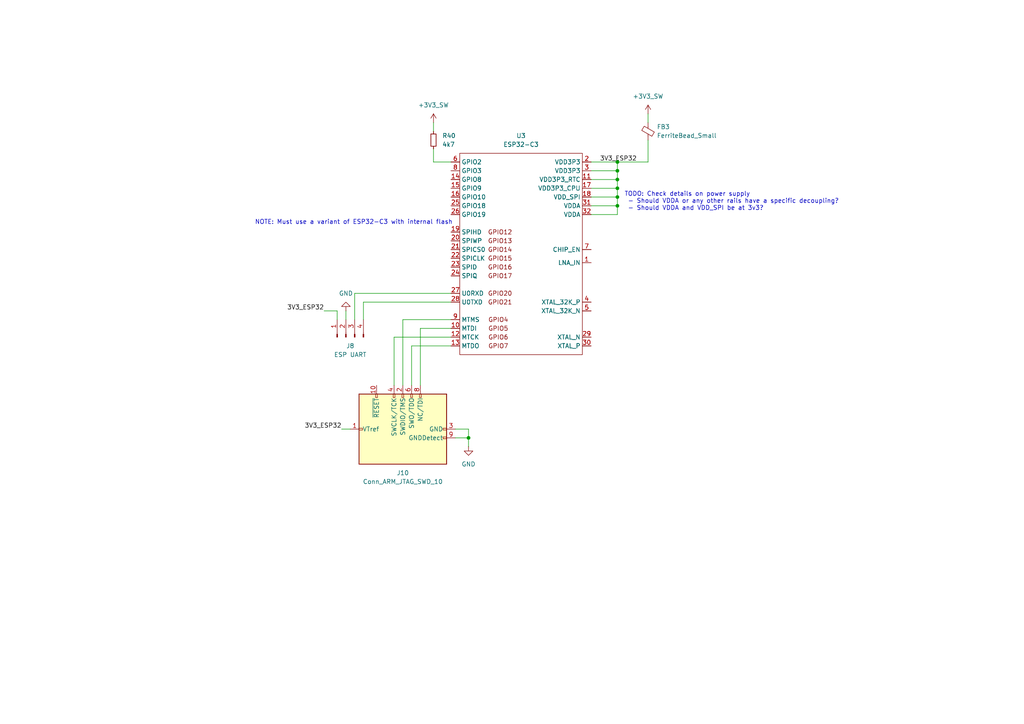
<source format=kicad_sch>
(kicad_sch (version 20231120) (generator "eeschema") (generator_version "8.0")
  (paper "A4")
  (lib_symbols
    (symbol "Connector:Conn_01x04_Pin" (pin_names (offset 1.016) hide)
      (property "Reference" "J" (at 0 5.08 0))
      (property "Value" "Conn_01x04_Pin" (at 0 -7.62 0))
      (symbol "Conn_01x04_Pin_1_1"
        (polyline (pts (xy 1.27 -5.08) (xy 0.8636 -5.08)) (stroke (width 0.1524)))
        (polyline (pts (xy 1.27 -2.54) (xy 0.8636 -2.54)) (stroke (width 0.1524)))
        (polyline (pts (xy 1.27 0) (xy 0.8636 0)) (stroke (width 0.1524)))
        (polyline (pts (xy 1.27 2.54) (xy 0.8636 2.54)) (stroke (width 0.1524)))
        (rectangle (start 0.8636 -4.953) (end 0 -5.207) (stroke (width 0.1524)) (fill (type outline)))
        (rectangle (start 0.8636 -2.413) (end 0 -2.667) (stroke (width 0.1524)) (fill (type outline)))
        (rectangle (start 0.8636 0.127) (end 0 -0.127) (stroke (width 0.1524)) (fill (type outline)))
        (rectangle (start 0.8636 2.667) (end 0 2.413) (stroke (width 0.1524)) (fill (type outline)))
        (pin passive line (at 5.08 2.54 180) (length 3.81) (name "Pin_1") (number "1"))
        (pin passive line (at 5.08 0 180) (length 3.81) (name "Pin_2") (number "2"))
        (pin passive line (at 5.08 -2.54 180) (length 3.81) (name "Pin_3") (number "3"))
        (pin passive line (at 5.08 -5.08 180) (length 3.81) (name "Pin_4") (number "4"))
      )
    )
    (symbol "Connector:Conn_ARM_JTAG_SWD_10" (pin_names (offset 1.016))
      (property "Reference" "J" (at -2.54 16.51 0))
      (property "Value" "Conn_ARM_JTAG_SWD_10" (at -2.54 13.97 0))
      (symbol "Conn_ARM_JTAG_SWD_10_0_1"
        (rectangle (start -10.16 12.7) (end 10.16 -12.7) (stroke (width 0.254)) (fill (type background)))
        (rectangle (start -2.794 -12.7) (end -2.286 -11.684))
        (rectangle (start -0.254 -12.7) (end 0.254 -11.684))
        (rectangle (start -0.254 12.7) (end 0.254 11.684))
        (rectangle (start 9.144 2.286) (end 10.16 2.794))
        (rectangle (start 10.16 -2.794) (end 9.144 -2.286))
        (rectangle (start 10.16 -0.254) (end 9.144 0.254))
        (rectangle (start 10.16 7.874) (end 9.144 7.366))
      )
      (symbol "Conn_ARM_JTAG_SWD_10_1_1"
        (rectangle (start 9.144 -5.334) (end 10.16 -4.826))
        (pin power_in line (at 0 15.24 270) (length 2.54) (name "VTref") (number "1"))
        (pin open_collector line (at 12.7 7.62 180) (length 2.54) (name "~{RESET}") (number "10"))
        (pin bidirectional line (at 12.7 0 180) (length 2.54) (name "SWDIO/TMS") (number "2"))
        (pin power_in line (at 0 -15.24 90) (length 2.54) (name "GND") (number "3"))
        (pin output line (at 12.7 2.54 180) (length 2.54) (name "SWCLK/TCK") (number "4"))
        (pin passive line (at 0 -15.24 90) (length 2.54) hide (name "GND") (number "5"))
        (pin input line (at 12.7 -2.54 180) (length 2.54) (name "SWO/TDO") (number "6"))
        (pin no_connect line (at -10.16 0 0) (length 2.54) hide (name "KEY") (number "7"))
        (pin output line (at 12.7 -5.08 180) (length 2.54) (name "NC/TDI") (number "8"))
        (pin passive line (at -2.54 -15.24 90) (length 2.54) (name "GNDDetect") (number "9"))
      )
    )
    (symbol "Device:FerriteBead_Small" (pin_numbers hide) (pin_names (offset 0))
      (property "Reference" "FB" (at 1.905 1.27 0))
      (property "Value" "FerriteBead_Small" (at 1.905 -1.27 0))
      (symbol "FerriteBead_Small_0_1"
        (polyline (pts (xy 0 -1.27) (xy 0 -0.7874)))
        (polyline (pts (xy 0 0.889) (xy 0 1.2954)))
        (polyline (pts (xy -1.8288 0.2794) (xy -1.1176 1.4986) (xy 1.8288 -0.2032) (xy 1.1176 -1.4224) (xy -1.8288 0.2794)))
      )
      (symbol "FerriteBead_Small_1_1"
        (pin passive line (at 0 2.54 270) (length 1.27) (name "~") (number "1"))
        (pin passive line (at 0 -2.54 90) (length 1.27) (name "~") (number "2"))
      )
    )
    (symbol "Device:R_Small" (pin_numbers hide) (pin_names (offset 0.254) hide)
      (property "Reference" "R" (at 0.762 0.508 0))
      (property "Value" "R_Small" (at 0.762 -1.016 0))
      (symbol "R_Small_0_1"
        (rectangle (start -0.762 1.778) (end 0.762 -1.778) (stroke (width 0.2032)))
      )
      (symbol "R_Small_1_1"
        (pin passive line (at 0 2.54 270) (length 0.762) (name "~") (number "1"))
        (pin passive line (at 0 -2.54 90) (length 0.762) (name "~") (number "2"))
      )
    )
    (symbol "Symbols:+3V3_SW" (power) (pin_names (offset 0))
      (property "Value" "+3V3_SW" (at 0 3.556 0))
      (symbol "+3V3_SW_0_1"
        (polyline (pts (xy -0.762 1.27) (xy 0 2.54)))
        (polyline (pts (xy 0 0) (xy 0 2.54)))
        (polyline (pts (xy 0 2.54) (xy 0.762 1.27)))
      )
      (symbol "+3V3_SW_1_1"
        (pin power_in line (at 0 0 90) (length 0) hide (name "+3V3_SW") (number "1"))
      )
    )
    (symbol "Symbols:ESP32-C3"
      (property "Reference" "U" (at 0 1.016 0))
      (property "Value" "ESP32-C3" (at 0.508 -59.944 0))
      (symbol "ESP32-C3_0_1"
        (rectangle (start -17.78 0) (end 17.78 -58.42))
      )
      (symbol "ESP32-C3_1_1"
        (text "GPIO12" (at -6.096 -22.86 0) (effects (font (size 1.27 1.27))))
        (text "GPIO13" (at -6.096 -25.4 0) (effects (font (size 1.27 1.27))))
        (text "GPIO14" (at -6.096 -27.94 0) (effects (font (size 1.27 1.27))))
        (text "GPIO15" (at -6.096 -30.48 0) (effects (font (size 1.27 1.27))))
        (text "GPIO16" (at -6.096 -33.02 0) (effects (font (size 1.27 1.27))))
        (text "GPIO17" (at -6.096 -35.56 0) (effects (font (size 1.27 1.27))))
        (text "GPIO20" (at -6.096 -40.64 0) (effects (font (size 1.27 1.27))))
        (text "GPIO21" (at -6.096 -43.18 0) (effects (font (size 1.27 1.27))))
        (text "GPIO4" (at -6.604 -48.26 0) (effects (font (size 1.27 1.27))))
        (text "GPIO5" (at -6.604 -50.8 0) (effects (font (size 1.27 1.27))))
        (text "GPIO6" (at -6.604 -53.34 0) (effects (font (size 1.27 1.27))))
        (text "GPIO7" (at -6.604 -55.88 0) (effects (font (size 1.27 1.27))))
        (pin bidirectional line (at 20.32 -31.75 180) (length 2.54) (name "LNA_IN") (number "1"))
        (pin unspecified line (at -20.32 -50.8 0) (length 2.54) (name "MTDI") (number "10"))
        (pin power_in line (at 20.32 -7.62 180) (length 2.54) (name "VDD3P3_RTC") (number "11"))
        (pin unspecified line (at -20.32 -53.34 0) (length 2.54) (name "MTCK") (number "12"))
        (pin unspecified line (at -20.32 -55.88 0) (length 2.54) (name "MTDO") (number "13"))
        (pin bidirectional line (at -20.32 -7.62 0) (length 2.54) (name "GPIO8") (number "14"))
        (pin bidirectional line (at -20.32 -10.16 0) (length 2.54) (name "GPIO9") (number "15"))
        (pin bidirectional line (at -20.32 -12.7 0) (length 2.54) (name "GPIO10") (number "16"))
        (pin power_in line (at 20.32 -10.16 180) (length 2.54) (name "VDD3P3_CPU") (number "17"))
        (pin power_in line (at 20.32 -12.7 180) (length 2.54) (name "VDD_SPI") (number "18"))
        (pin bidirectional line (at -20.32 -22.86 0) (length 2.54) (name "SPIHD") (number "19"))
        (pin power_in line (at 20.32 -2.54 180) (length 2.54) (name "VDD3P3") (number "2"))
        (pin bidirectional line (at -20.32 -25.4 0) (length 2.54) (name "SPIWP") (number "20"))
        (pin bidirectional line (at -20.32 -27.94 0) (length 2.54) (name "SPICS0") (number "21"))
        (pin bidirectional line (at -20.32 -30.48 0) (length 2.54) (name "SPICLK") (number "22"))
        (pin bidirectional line (at -20.32 -33.02 0) (length 2.54) (name "SPID") (number "23"))
        (pin bidirectional line (at -20.32 -35.56 0) (length 2.54) (name "SPIQ") (number "24"))
        (pin bidirectional line (at -20.32 -15.24 0) (length 2.54) (name "GPIO18") (number "25"))
        (pin bidirectional line (at -20.32 -17.78 0) (length 2.54) (name "GPIO19") (number "26"))
        (pin input line (at -20.32 -40.64 0) (length 2.54) (name "U0RXD") (number "27"))
        (pin output line (at -20.32 -43.18 0) (length 2.54) (name "U0TXD") (number "28"))
        (pin unspecified line (at 20.32 -53.34 180) (length 2.54) (name "XTAL_N") (number "29"))
        (pin power_in line (at 20.32 -5.08 180) (length 2.54) (name "VDD3P3") (number "3"))
        (pin unspecified line (at 20.32 -55.88 180) (length 2.54) (name "XTAL_P") (number "30"))
        (pin power_in line (at 20.32 -15.24 180) (length 2.54) (name "VDDA") (number "31"))
        (pin power_in line (at 20.32 -17.78 180) (length 2.54) (name "VDDA") (number "32"))
        (pin unspecified line (at 20.32 -43.18 180) (length 2.54) (name "XTAL_32K_P") (number "4"))
        (pin unspecified line (at 20.32 -45.72 180) (length 2.54) (name "XTAL_32K_N") (number "5"))
        (pin bidirectional line (at -20.32 -2.54 0) (length 2.54) (name "GPIO2") (number "6"))
        (pin input line (at 20.32 -27.94 180) (length 2.54) (name "CHIP_EN") (number "7"))
        (pin bidirectional line (at -20.32 -5.08 0) (length 2.54) (name "GPIO3") (number "8"))
        (pin unspecified line (at -20.32 -48.26 0) (length 2.54) (name "MTMS") (number "9"))
      )
    )
    (symbol "power:GND" (power) (pin_numbers hide) (pin_names (offset 0) hide)
      (property "Value" "GND" (at 0 -3.81 0))
      (symbol "GND_0_1"
        (polyline (pts (xy 0 0) (xy 0 -1.27) (xy 1.27 -1.27) (xy 0 -2.54) (xy -1.27 -1.27) (xy 0 -1.27)))
      )
      (symbol "GND_1_1"
        (pin power_in line (at 0 0 270) (length 0) (name "~") (number "1"))
      )
    )
  )
  (junction (at 179.07 57.15))
  (junction (at 179.07 46.99))
  (junction (at 135.89 127))
  (junction (at 179.07 54.61))
  (junction (at 179.07 49.53))
  (junction (at 179.07 52.07))
  (junction (at 179.07 59.69))
  (wire (pts (xy 100.33 90.17) (xy 100.33 92.71)))
  (wire (pts (xy 171.45 57.15) (xy 179.07 57.15)))
  (wire (pts (xy 171.45 54.61) (xy 179.07 54.61)))
  (wire (pts (xy 187.96 40.64) (xy 187.96 46.99)))
  (wire (pts (xy 179.07 59.69) (xy 179.07 57.15)))
  (wire (pts (xy 125.73 35.56) (xy 125.73 38.1)))
  (wire (pts (xy 114.3 97.79) (xy 130.81 97.79)))
  (wire (pts (xy 130.81 85.09) (xy 102.87 85.09)))
  (wire (pts (xy 171.45 59.69) (xy 179.07 59.69)))
  (wire (pts (xy 179.07 46.99) (xy 171.45 46.99)))
  (wire (pts (xy 119.38 100.33) (xy 130.81 100.33)))
  (wire (pts (xy 121.92 95.25) (xy 130.81 95.25)))
  (wire (pts (xy 105.41 92.71) (xy 105.41 87.63)))
  (wire (pts (xy 114.3 111.76) (xy 114.3 97.79)))
  (wire (pts (xy 179.07 57.15) (xy 179.07 54.61)))
  (wire (pts (xy 97.79 92.71) (xy 97.79 90.17)))
  (wire (pts (xy 99.06 124.46) (xy 101.6 124.46)))
  (wire (pts (xy 105.41 87.63) (xy 130.81 87.63)))
  (wire (pts (xy 179.07 54.61) (xy 179.07 52.07)))
  (wire (pts (xy 171.45 52.07) (xy 179.07 52.07)))
  (wire (pts (xy 116.84 111.76) (xy 116.84 92.71)))
  (wire (pts (xy 179.07 62.23) (xy 179.07 59.69)))
  (wire (pts (xy 119.38 111.76) (xy 119.38 100.33)))
  (wire (pts (xy 179.07 49.53) (xy 179.07 46.99)))
  (wire (pts (xy 97.79 90.17) (xy 93.98 90.17)))
  (wire (pts (xy 179.07 52.07) (xy 179.07 49.53)))
  (wire (pts (xy 116.84 92.71) (xy 130.81 92.71)))
  (wire (pts (xy 171.45 62.23) (xy 179.07 62.23)))
  (wire (pts (xy 132.08 127) (xy 135.89 127)))
  (wire (pts (xy 125.73 43.18) (xy 125.73 46.99)))
  (wire (pts (xy 125.73 46.99) (xy 130.81 46.99)))
  (wire (pts (xy 121.92 111.76) (xy 121.92 95.25)))
  (wire (pts (xy 135.89 127) (xy 135.89 129.54)))
  (wire (pts (xy 135.89 124.46) (xy 135.89 127)))
  (wire (pts (xy 187.96 33.02) (xy 187.96 35.56)))
  (wire (pts (xy 132.08 124.46) (xy 135.89 124.46)))
  (wire (pts (xy 102.87 85.09) (xy 102.87 92.71)))
  (wire (pts (xy 187.96 46.99) (xy 179.07 46.99)))
  (wire (pts (xy 171.45 49.53) (xy 179.07 49.53)))
  (text "NOTE: Must use a variant of ESP32-C3 with internal flash" (at 102.616 64.516 0) (effects (font (size 1.27 1.27))))
  (text "TODO: Check details on power supply\n - Should VDDA or any other rails have a specific decoupling?\n - Should VDDA and VDD_SPI be at 3v3?" (at 181.102 58.42 0) (effects (font (size 1.27 1.27)) (justify left)))
  (label "3V3_ESP32" (at 93.98 90.17 180))
  (label "3V3_ESP32" (at 173.99 46.99 0))
  (label "3V3_ESP32" (at 99.06 124.46 180))
  (symbol (lib_id "Device:R_Small") (at 125.73 40.64 0) (unit 1)
    (property "Reference" "R40" (at 128.27 39.37 0) (effects (justify left)))
    (property "Value" "4k7" (at 128.27 41.91 0) (effects (justify left)))
    (property "Footprint" "Resistor_SMD:R_0402_1005Metric" (effects (hide yes)))
  )
  (symbol (lib_id "Symbols:+3V3_SW") (at 187.96 33.02 0) (unit 1)
    (property "Reference" "#PWR046" (effects (hide yes)))
    (property "Value" "+3V3_SW" (at 187.96 27.94 0))
    (property "Description" "Power symbol creates a global label with name \"+3V3_SW\"" (effects (hide yes)))
  )
  (symbol (lib_id "Device:FerriteBead_Small") (at 187.96 38.1 0) (unit 1)
    (property "Reference" "FB3" (at 190.5 36.7918 0) (effects (justify left)))
    (property "Value" "FerriteBead_Small" (at 190.5 39.3318 0) (effects (justify left)))
    (property "Footprint" "Inductor_SMD:L_0603_1608Metric" (effects (hide yes)))
    (property "Description" "Ferrite bead, small symbol" (effects (hide yes)))
  )
  (symbol (lib_id "power:GND") (at 100.33 90.17 180) (unit 1)
    (property "Reference" "#PWR045" (effects (hide yes)))
    (property "Value" "GND" (at 100.33 85.09 0))
    (property "Description" "Power symbol creates a global label with name \"GND\" , ground" (effects (hide yes)))
  )
  (symbol (lib_id "Symbols:ESP32-C3") (at 151.13 44.45 0) (unit 1)
    (property "Reference" "U3" (at 151.13 39.37 0))
    (property "Value" "ESP32-C3" (at 151.13 41.91 0))
    (property "Footprint" "Footprints:ESP32-C3" (effects (hide yes)))
  )
  (symbol (lib_id "Connector:Conn_01x04_Pin") (at 100.33 97.79 90) (unit 1)
    (property "Reference" "J8" (at 101.6 100.33 90))
    (property "Value" "ESP UART" (at 101.6 102.87 90))
    (property "Footprint" "Connector_PinSocket_1.27mm:PinSocket_1x04_P1.27mm_Vertical" (effects (hide yes)))
    (property "Description" "Generic connector, single row, 01x04, script generated" (effects (hide yes)))
  )
  (symbol (lib_id "power:GND") (at 135.89 129.54 0) (unit 1)
    (property "Reference" "#PWR044" (effects (hide yes)))
    (property "Value" "GND" (at 135.89 134.62 0))
    (property "Description" "Power symbol creates a global label with name \"GND\" , ground" (effects (hide yes)))
  )
  (symbol (lib_id "Connector:Conn_ARM_JTAG_SWD_10") (at 116.84 124.46 90) (unit 1)
    (property "Reference" "J10" (at 116.84 137.16 90))
    (property "Value" "Conn_ARM_JTAG_SWD_10" (at 116.84 139.7 90))
    (property "Footprint" "Connector_PinSocket_1.27mm:PinSocket_2x05_P1.27mm_Vertical" (effects (hide yes)))
    (property "Datasheet" "http://infocenter.arm.com/help/topic/com.arm.doc.ddi0314h/DDI0314H_coresight_components_trm.pdf" (effects (hide yes)))
    (property "Description" "Cortex Debug Connector, standard ARM Cortex-M SWD and JTAG interface" (effects (hide yes)))
  )
  (symbol (lib_id "Symbols:+3V3_SW") (at 125.73 35.56 0) (unit 1)
    (property "Reference" "#PWR066" (effects (hide yes)))
    (property "Value" "+3V3_SW" (at 125.73 30.48 0))
    (property "Description" "Power symbol creates a global label with name \"+3V3_SW\"" (effects (hide yes)))
  )
)
</source>
